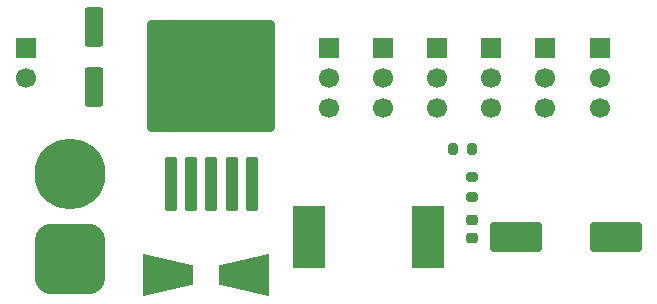
<source format=gbr>
%TF.GenerationSoftware,KiCad,Pcbnew,9.0.1*%
%TF.CreationDate,2025-04-11T16:24:37+02:00*%
%TF.ProjectId,Alimentation_DC_DC,416c696d-656e-4746-9174-696f6e5f4443,rev?*%
%TF.SameCoordinates,Original*%
%TF.FileFunction,Soldermask,Top*%
%TF.FilePolarity,Negative*%
%FSLAX46Y46*%
G04 Gerber Fmt 4.6, Leading zero omitted, Abs format (unit mm)*
G04 Created by KiCad (PCBNEW 9.0.1) date 2025-04-11 16:24:37*
%MOMM*%
%LPD*%
G01*
G04 APERTURE LIST*
G04 Aperture macros list*
%AMRoundRect*
0 Rectangle with rounded corners*
0 $1 Rounding radius*
0 $2 $3 $4 $5 $6 $7 $8 $9 X,Y pos of 4 corners*
0 Add a 4 corners polygon primitive as box body*
4,1,4,$2,$3,$4,$5,$6,$7,$8,$9,$2,$3,0*
0 Add four circle primitives for the rounded corners*
1,1,$1+$1,$2,$3*
1,1,$1+$1,$4,$5*
1,1,$1+$1,$6,$7*
1,1,$1+$1,$8,$9*
0 Add four rect primitives between the rounded corners*
20,1,$1+$1,$2,$3,$4,$5,0*
20,1,$1+$1,$4,$5,$6,$7,0*
20,1,$1+$1,$6,$7,$8,$9,0*
20,1,$1+$1,$8,$9,$2,$3,0*%
%AMOutline4P*
0 Free polygon, 4 corners , with rotation*
0 The origin of the aperture is its center*
0 number of corners: always 4*
0 $1 to $8 corner X, Y*
0 $9 Rotation angle, in degrees counterclockwise*
0 create outline with 4 corners*
4,1,4,$1,$2,$3,$4,$5,$6,$7,$8,$1,$2,$9*%
G04 Aperture macros list end*
%ADD10R,1.700000X1.700000*%
%ADD11C,1.700000*%
%ADD12RoundRect,0.250000X0.300000X-2.050000X0.300000X2.050000X-0.300000X2.050000X-0.300000X-2.050000X0*%
%ADD13RoundRect,0.250002X5.149998X-4.449998X5.149998X4.449998X-5.149998X4.449998X-5.149998X-4.449998X0*%
%ADD14RoundRect,0.200000X-0.200000X-0.275000X0.200000X-0.275000X0.200000X0.275000X-0.200000X0.275000X0*%
%ADD15RoundRect,0.200000X-0.275000X0.200000X-0.275000X-0.200000X0.275000X-0.200000X0.275000X0.200000X0*%
%ADD16R,2.800000X5.300000*%
%ADD17RoundRect,1.500000X1.500000X-1.500000X1.500000X1.500000X-1.500000X1.500000X-1.500000X-1.500000X0*%
%ADD18C,6.000000*%
%ADD19Outline4P,-2.150000X-1.800000X2.150000X-0.800000X2.150000X0.800000X-2.150000X1.800000X0.000000*%
%ADD20Outline4P,-2.150000X-1.800000X2.150000X-0.800000X2.150000X0.800000X-2.150000X1.800000X180.000000*%
%ADD21RoundRect,0.225000X0.250000X-0.225000X0.250000X0.225000X-0.250000X0.225000X-0.250000X-0.225000X0*%
%ADD22RoundRect,0.250000X-0.550000X1.412500X-0.550000X-1.412500X0.550000X-1.412500X0.550000X1.412500X0*%
%ADD23RoundRect,0.250000X-1.950000X-1.000000X1.950000X-1.000000X1.950000X1.000000X-1.950000X1.000000X0*%
G04 APERTURE END LIST*
D10*
%TO.C,J8*%
X133750000Y-66975000D03*
D11*
X133750000Y-69515000D03*
%TD*%
D12*
%TO.C,U1*%
X146075000Y-78475000D03*
X147775000Y-78475000D03*
X149475000Y-78475000D03*
D13*
X149475000Y-69325000D03*
D12*
X151175000Y-78475000D03*
X152875000Y-78475000D03*
%TD*%
D14*
%TO.C,R2*%
X169925000Y-75500000D03*
X171575000Y-75500000D03*
%TD*%
D15*
%TO.C,R1*%
X171500000Y-77925000D03*
X171500000Y-79575000D03*
%TD*%
D16*
%TO.C,L1*%
X157700000Y-83000000D03*
X167800000Y-83000000D03*
%TD*%
D10*
%TO.C,J7*%
X182340000Y-66960000D03*
D11*
X182340000Y-69500000D03*
X182340000Y-72040000D03*
%TD*%
D10*
%TO.C,J6*%
X177750000Y-66960000D03*
D11*
X177750000Y-69500000D03*
X177750000Y-72040000D03*
%TD*%
D10*
%TO.C,J5*%
X173160000Y-66960000D03*
D11*
X173160000Y-69500000D03*
X173160000Y-72040000D03*
%TD*%
D10*
%TO.C,J4*%
X168570000Y-66960000D03*
D11*
X168570000Y-69500000D03*
X168570000Y-72040000D03*
%TD*%
D10*
%TO.C,J3*%
X163980000Y-66960000D03*
D11*
X163980000Y-69500000D03*
X163980000Y-72040000D03*
%TD*%
D10*
%TO.C,J2*%
X159390000Y-66960000D03*
D11*
X159390000Y-69500000D03*
X159390000Y-72040000D03*
%TD*%
D17*
%TO.C,J1*%
X137500000Y-84850000D03*
D18*
X137500000Y-77650000D03*
%TD*%
D19*
%TO.C,D1*%
X145800000Y-86250000D03*
D20*
X152200000Y-86250000D03*
%TD*%
D21*
%TO.C,C3*%
X171500000Y-83100000D03*
X171500000Y-81550000D03*
%TD*%
D22*
%TO.C,C2*%
X139500000Y-65212500D03*
X139500000Y-70287500D03*
%TD*%
D23*
%TO.C,C1*%
X175300000Y-83000000D03*
X183700000Y-83000000D03*
%TD*%
M02*

</source>
